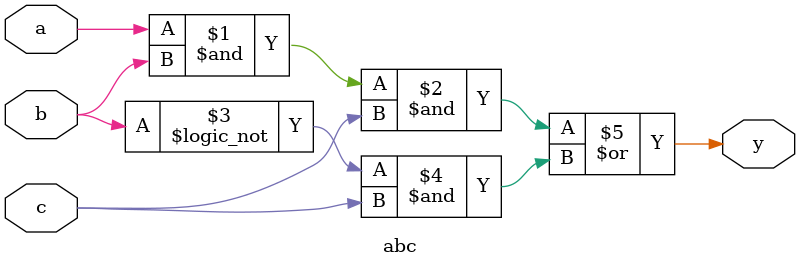
<source format=sv>
module abc (input logic a, b, c,
            output logic y);

  assign y = (a & b & c) | (!b & c);

endmodule



</source>
